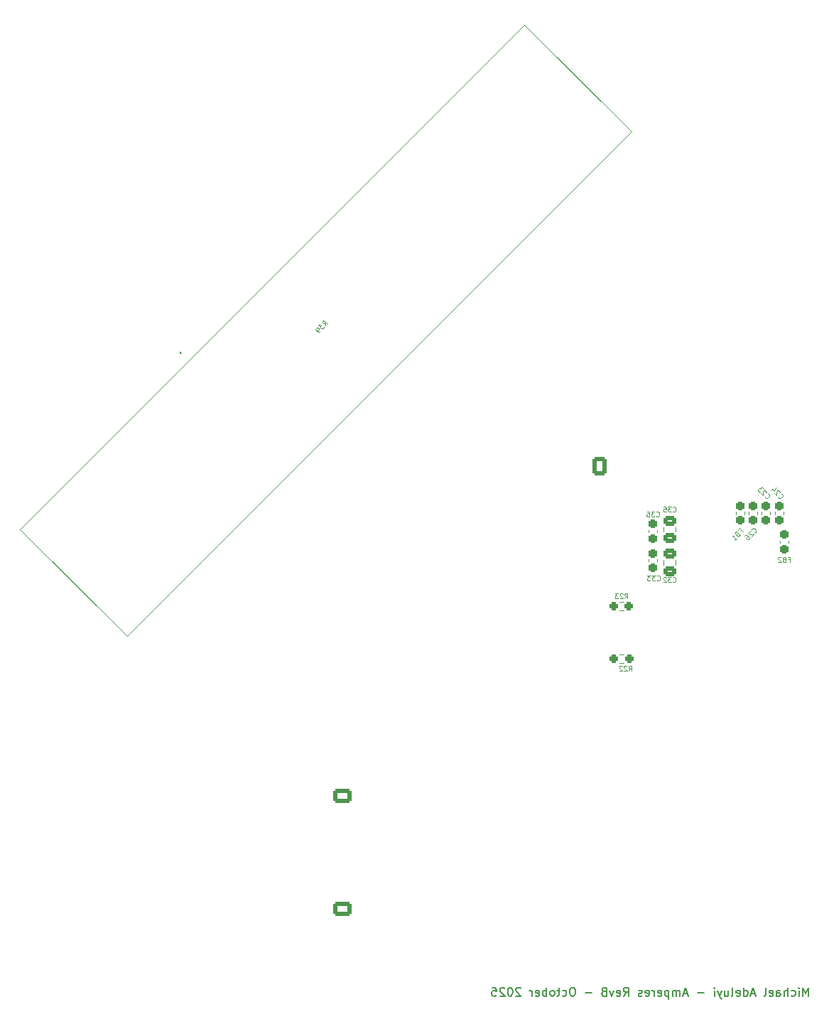
<source format=gbr>
%TF.GenerationSoftware,KiCad,Pcbnew,9.0.4*%
%TF.CreationDate,2025-10-11T12:31:30-05:00*%
%TF.ProjectId,PS-AmperesPCB,50532d41-6d70-4657-9265-735043422e6b,rev?*%
%TF.SameCoordinates,Original*%
%TF.FileFunction,Legend,Bot*%
%TF.FilePolarity,Positive*%
%FSLAX46Y46*%
G04 Gerber Fmt 4.6, Leading zero omitted, Abs format (unit mm)*
G04 Created by KiCad (PCBNEW 9.0.4) date 2025-10-11 12:31:30*
%MOMM*%
%LPD*%
G01*
G04 APERTURE LIST*
G04 Aperture macros list*
%AMRoundRect*
0 Rectangle with rounded corners*
0 $1 Rounding radius*
0 $2 $3 $4 $5 $6 $7 $8 $9 X,Y pos of 4 corners*
0 Add a 4 corners polygon primitive as box body*
4,1,4,$2,$3,$4,$5,$6,$7,$8,$9,$2,$3,0*
0 Add four circle primitives for the rounded corners*
1,1,$1+$1,$2,$3*
1,1,$1+$1,$4,$5*
1,1,$1+$1,$6,$7*
1,1,$1+$1,$8,$9*
0 Add four rect primitives between the rounded corners*
20,1,$1+$1,$2,$3,$4,$5,0*
20,1,$1+$1,$4,$5,$6,$7,0*
20,1,$1+$1,$6,$7,$8,$9,0*
20,1,$1+$1,$8,$9,$2,$3,0*%
%AMHorizOval*
0 Thick line with rounded ends*
0 $1 width*
0 $2 $3 position (X,Y) of the first rounded end (center of the circle)*
0 $4 $5 position (X,Y) of the second rounded end (center of the circle)*
0 Add line between two ends*
20,1,$1,$2,$3,$4,$5,0*
0 Add two circle primitives to create the rounded ends*
1,1,$1,$2,$3*
1,1,$1,$4,$5*%
%AMFreePoly0*
4,1,22,0.945671,0.830970,1.026777,0.776777,1.080970,0.695671,1.100000,0.600001,1.100000,-0.600001,1.080970,-0.695671,1.026777,-0.776777,0.945671,-0.830970,0.850000,-0.850000,-0.596447,-0.850000,-0.692118,-0.830970,-0.773224,-0.776777,-1.026777,-0.523224,-1.080970,-0.442118,-1.099999,-0.346447,-1.100000,0.600001,-1.080970,0.695671,-1.026777,0.776777,-0.945671,0.830970,-0.850000,0.850000,
0.850000,0.850000,0.945671,0.830970,0.945671,0.830970,$1*%
G04 Aperture macros list end*
%ADD10C,0.200000*%
%ADD11C,0.075000*%
%ADD12C,0.120000*%
%ADD13C,0.100000*%
%ADD14C,0.000000*%
%ADD15R,1.700000X1.700000*%
%ADD16C,1.700000*%
%ADD17C,1.300000*%
%ADD18RoundRect,0.250000X0.600000X-0.850000X0.600000X0.850000X-0.600000X0.850000X-0.600000X-0.850000X0*%
%ADD19O,1.700000X2.200000*%
%ADD20C,3.600000*%
%ADD21C,5.600000*%
%ADD22C,0.520000*%
%ADD23C,0.890000*%
%ADD24C,1.460000*%
%ADD25RoundRect,0.250000X0.850000X0.600000X-0.850000X0.600000X-0.850000X-0.600000X0.850000X-0.600000X0*%
%ADD26O,2.200000X1.700000*%
%ADD27C,2.800000*%
%ADD28FreePoly0,225.000000*%
%ADD29HorizOval,1.700000X-0.176777X-0.176777X0.176777X0.176777X0*%
%ADD30RoundRect,0.237500X-0.237500X0.300000X-0.237500X-0.300000X0.237500X-0.300000X0.237500X0.300000X0*%
%ADD31RoundRect,0.237500X0.237500X-0.300000X0.237500X0.300000X-0.237500X0.300000X-0.237500X-0.300000X0*%
%ADD32RoundRect,0.250000X0.475000X-0.337500X0.475000X0.337500X-0.475000X0.337500X-0.475000X-0.337500X0*%
%ADD33RoundRect,0.237500X0.250000X0.237500X-0.250000X0.237500X-0.250000X-0.237500X0.250000X-0.237500X0*%
%ADD34RoundRect,0.237500X-0.250000X-0.237500X0.250000X-0.237500X0.250000X0.237500X-0.250000X0.237500X0*%
%ADD35C,6.300000*%
%ADD36C,12.600000*%
%ADD37RoundRect,0.250000X-0.475000X0.337500X-0.475000X-0.337500X0.475000X-0.337500X0.475000X0.337500X0*%
G04 APERTURE END LIST*
D10*
X183272326Y-139364019D02*
X183272326Y-138364019D01*
X183272326Y-138364019D02*
X182938993Y-139078304D01*
X182938993Y-139078304D02*
X182605660Y-138364019D01*
X182605660Y-138364019D02*
X182605660Y-139364019D01*
X182129469Y-139364019D02*
X182129469Y-138697352D01*
X182129469Y-138364019D02*
X182177088Y-138411638D01*
X182177088Y-138411638D02*
X182129469Y-138459257D01*
X182129469Y-138459257D02*
X182081850Y-138411638D01*
X182081850Y-138411638D02*
X182129469Y-138364019D01*
X182129469Y-138364019D02*
X182129469Y-138459257D01*
X181224708Y-139316400D02*
X181319946Y-139364019D01*
X181319946Y-139364019D02*
X181510422Y-139364019D01*
X181510422Y-139364019D02*
X181605660Y-139316400D01*
X181605660Y-139316400D02*
X181653279Y-139268780D01*
X181653279Y-139268780D02*
X181700898Y-139173542D01*
X181700898Y-139173542D02*
X181700898Y-138887828D01*
X181700898Y-138887828D02*
X181653279Y-138792590D01*
X181653279Y-138792590D02*
X181605660Y-138744971D01*
X181605660Y-138744971D02*
X181510422Y-138697352D01*
X181510422Y-138697352D02*
X181319946Y-138697352D01*
X181319946Y-138697352D02*
X181224708Y-138744971D01*
X180796136Y-139364019D02*
X180796136Y-138364019D01*
X180367565Y-139364019D02*
X180367565Y-138840209D01*
X180367565Y-138840209D02*
X180415184Y-138744971D01*
X180415184Y-138744971D02*
X180510422Y-138697352D01*
X180510422Y-138697352D02*
X180653279Y-138697352D01*
X180653279Y-138697352D02*
X180748517Y-138744971D01*
X180748517Y-138744971D02*
X180796136Y-138792590D01*
X179462803Y-139364019D02*
X179462803Y-138840209D01*
X179462803Y-138840209D02*
X179510422Y-138744971D01*
X179510422Y-138744971D02*
X179605660Y-138697352D01*
X179605660Y-138697352D02*
X179796136Y-138697352D01*
X179796136Y-138697352D02*
X179891374Y-138744971D01*
X179462803Y-139316400D02*
X179558041Y-139364019D01*
X179558041Y-139364019D02*
X179796136Y-139364019D01*
X179796136Y-139364019D02*
X179891374Y-139316400D01*
X179891374Y-139316400D02*
X179938993Y-139221161D01*
X179938993Y-139221161D02*
X179938993Y-139125923D01*
X179938993Y-139125923D02*
X179891374Y-139030685D01*
X179891374Y-139030685D02*
X179796136Y-138983066D01*
X179796136Y-138983066D02*
X179558041Y-138983066D01*
X179558041Y-138983066D02*
X179462803Y-138935447D01*
X178605660Y-139316400D02*
X178700898Y-139364019D01*
X178700898Y-139364019D02*
X178891374Y-139364019D01*
X178891374Y-139364019D02*
X178986612Y-139316400D01*
X178986612Y-139316400D02*
X179034231Y-139221161D01*
X179034231Y-139221161D02*
X179034231Y-138840209D01*
X179034231Y-138840209D02*
X178986612Y-138744971D01*
X178986612Y-138744971D02*
X178891374Y-138697352D01*
X178891374Y-138697352D02*
X178700898Y-138697352D01*
X178700898Y-138697352D02*
X178605660Y-138744971D01*
X178605660Y-138744971D02*
X178558041Y-138840209D01*
X178558041Y-138840209D02*
X178558041Y-138935447D01*
X178558041Y-138935447D02*
X179034231Y-139030685D01*
X177986612Y-139364019D02*
X178081850Y-139316400D01*
X178081850Y-139316400D02*
X178129469Y-139221161D01*
X178129469Y-139221161D02*
X178129469Y-138364019D01*
X176891373Y-139078304D02*
X176415183Y-139078304D01*
X176986611Y-139364019D02*
X176653278Y-138364019D01*
X176653278Y-138364019D02*
X176319945Y-139364019D01*
X175558040Y-139364019D02*
X175558040Y-138364019D01*
X175558040Y-139316400D02*
X175653278Y-139364019D01*
X175653278Y-139364019D02*
X175843754Y-139364019D01*
X175843754Y-139364019D02*
X175938992Y-139316400D01*
X175938992Y-139316400D02*
X175986611Y-139268780D01*
X175986611Y-139268780D02*
X176034230Y-139173542D01*
X176034230Y-139173542D02*
X176034230Y-138887828D01*
X176034230Y-138887828D02*
X175986611Y-138792590D01*
X175986611Y-138792590D02*
X175938992Y-138744971D01*
X175938992Y-138744971D02*
X175843754Y-138697352D01*
X175843754Y-138697352D02*
X175653278Y-138697352D01*
X175653278Y-138697352D02*
X175558040Y-138744971D01*
X174700897Y-139316400D02*
X174796135Y-139364019D01*
X174796135Y-139364019D02*
X174986611Y-139364019D01*
X174986611Y-139364019D02*
X175081849Y-139316400D01*
X175081849Y-139316400D02*
X175129468Y-139221161D01*
X175129468Y-139221161D02*
X175129468Y-138840209D01*
X175129468Y-138840209D02*
X175081849Y-138744971D01*
X175081849Y-138744971D02*
X174986611Y-138697352D01*
X174986611Y-138697352D02*
X174796135Y-138697352D01*
X174796135Y-138697352D02*
X174700897Y-138744971D01*
X174700897Y-138744971D02*
X174653278Y-138840209D01*
X174653278Y-138840209D02*
X174653278Y-138935447D01*
X174653278Y-138935447D02*
X175129468Y-139030685D01*
X174081849Y-139364019D02*
X174177087Y-139316400D01*
X174177087Y-139316400D02*
X174224706Y-139221161D01*
X174224706Y-139221161D02*
X174224706Y-138364019D01*
X173272325Y-138697352D02*
X173272325Y-139364019D01*
X173700896Y-138697352D02*
X173700896Y-139221161D01*
X173700896Y-139221161D02*
X173653277Y-139316400D01*
X173653277Y-139316400D02*
X173558039Y-139364019D01*
X173558039Y-139364019D02*
X173415182Y-139364019D01*
X173415182Y-139364019D02*
X173319944Y-139316400D01*
X173319944Y-139316400D02*
X173272325Y-139268780D01*
X172891372Y-138697352D02*
X172653277Y-139364019D01*
X172415182Y-138697352D02*
X172653277Y-139364019D01*
X172653277Y-139364019D02*
X172748515Y-139602114D01*
X172748515Y-139602114D02*
X172796134Y-139649733D01*
X172796134Y-139649733D02*
X172891372Y-139697352D01*
X172034229Y-139364019D02*
X172034229Y-138697352D01*
X172034229Y-138364019D02*
X172081848Y-138411638D01*
X172081848Y-138411638D02*
X172034229Y-138459257D01*
X172034229Y-138459257D02*
X171986610Y-138411638D01*
X171986610Y-138411638D02*
X172034229Y-138364019D01*
X172034229Y-138364019D02*
X172034229Y-138459257D01*
X170796134Y-138983066D02*
X170034230Y-138983066D01*
X168843753Y-139078304D02*
X168367563Y-139078304D01*
X168938991Y-139364019D02*
X168605658Y-138364019D01*
X168605658Y-138364019D02*
X168272325Y-139364019D01*
X167938991Y-139364019D02*
X167938991Y-138697352D01*
X167938991Y-138792590D02*
X167891372Y-138744971D01*
X167891372Y-138744971D02*
X167796134Y-138697352D01*
X167796134Y-138697352D02*
X167653277Y-138697352D01*
X167653277Y-138697352D02*
X167558039Y-138744971D01*
X167558039Y-138744971D02*
X167510420Y-138840209D01*
X167510420Y-138840209D02*
X167510420Y-139364019D01*
X167510420Y-138840209D02*
X167462801Y-138744971D01*
X167462801Y-138744971D02*
X167367563Y-138697352D01*
X167367563Y-138697352D02*
X167224706Y-138697352D01*
X167224706Y-138697352D02*
X167129467Y-138744971D01*
X167129467Y-138744971D02*
X167081848Y-138840209D01*
X167081848Y-138840209D02*
X167081848Y-139364019D01*
X166605658Y-138697352D02*
X166605658Y-139697352D01*
X166605658Y-138744971D02*
X166510420Y-138697352D01*
X166510420Y-138697352D02*
X166319944Y-138697352D01*
X166319944Y-138697352D02*
X166224706Y-138744971D01*
X166224706Y-138744971D02*
X166177087Y-138792590D01*
X166177087Y-138792590D02*
X166129468Y-138887828D01*
X166129468Y-138887828D02*
X166129468Y-139173542D01*
X166129468Y-139173542D02*
X166177087Y-139268780D01*
X166177087Y-139268780D02*
X166224706Y-139316400D01*
X166224706Y-139316400D02*
X166319944Y-139364019D01*
X166319944Y-139364019D02*
X166510420Y-139364019D01*
X166510420Y-139364019D02*
X166605658Y-139316400D01*
X165319944Y-139316400D02*
X165415182Y-139364019D01*
X165415182Y-139364019D02*
X165605658Y-139364019D01*
X165605658Y-139364019D02*
X165700896Y-139316400D01*
X165700896Y-139316400D02*
X165748515Y-139221161D01*
X165748515Y-139221161D02*
X165748515Y-138840209D01*
X165748515Y-138840209D02*
X165700896Y-138744971D01*
X165700896Y-138744971D02*
X165605658Y-138697352D01*
X165605658Y-138697352D02*
X165415182Y-138697352D01*
X165415182Y-138697352D02*
X165319944Y-138744971D01*
X165319944Y-138744971D02*
X165272325Y-138840209D01*
X165272325Y-138840209D02*
X165272325Y-138935447D01*
X165272325Y-138935447D02*
X165748515Y-139030685D01*
X164843753Y-139364019D02*
X164843753Y-138697352D01*
X164843753Y-138887828D02*
X164796134Y-138792590D01*
X164796134Y-138792590D02*
X164748515Y-138744971D01*
X164748515Y-138744971D02*
X164653277Y-138697352D01*
X164653277Y-138697352D02*
X164558039Y-138697352D01*
X163843753Y-139316400D02*
X163938991Y-139364019D01*
X163938991Y-139364019D02*
X164129467Y-139364019D01*
X164129467Y-139364019D02*
X164224705Y-139316400D01*
X164224705Y-139316400D02*
X164272324Y-139221161D01*
X164272324Y-139221161D02*
X164272324Y-138840209D01*
X164272324Y-138840209D02*
X164224705Y-138744971D01*
X164224705Y-138744971D02*
X164129467Y-138697352D01*
X164129467Y-138697352D02*
X163938991Y-138697352D01*
X163938991Y-138697352D02*
X163843753Y-138744971D01*
X163843753Y-138744971D02*
X163796134Y-138840209D01*
X163796134Y-138840209D02*
X163796134Y-138935447D01*
X163796134Y-138935447D02*
X164272324Y-139030685D01*
X163415181Y-139316400D02*
X163319943Y-139364019D01*
X163319943Y-139364019D02*
X163129467Y-139364019D01*
X163129467Y-139364019D02*
X163034229Y-139316400D01*
X163034229Y-139316400D02*
X162986610Y-139221161D01*
X162986610Y-139221161D02*
X162986610Y-139173542D01*
X162986610Y-139173542D02*
X163034229Y-139078304D01*
X163034229Y-139078304D02*
X163129467Y-139030685D01*
X163129467Y-139030685D02*
X163272324Y-139030685D01*
X163272324Y-139030685D02*
X163367562Y-138983066D01*
X163367562Y-138983066D02*
X163415181Y-138887828D01*
X163415181Y-138887828D02*
X163415181Y-138840209D01*
X163415181Y-138840209D02*
X163367562Y-138744971D01*
X163367562Y-138744971D02*
X163272324Y-138697352D01*
X163272324Y-138697352D02*
X163129467Y-138697352D01*
X163129467Y-138697352D02*
X163034229Y-138744971D01*
X161224705Y-139364019D02*
X161558038Y-138887828D01*
X161796133Y-139364019D02*
X161796133Y-138364019D01*
X161796133Y-138364019D02*
X161415181Y-138364019D01*
X161415181Y-138364019D02*
X161319943Y-138411638D01*
X161319943Y-138411638D02*
X161272324Y-138459257D01*
X161272324Y-138459257D02*
X161224705Y-138554495D01*
X161224705Y-138554495D02*
X161224705Y-138697352D01*
X161224705Y-138697352D02*
X161272324Y-138792590D01*
X161272324Y-138792590D02*
X161319943Y-138840209D01*
X161319943Y-138840209D02*
X161415181Y-138887828D01*
X161415181Y-138887828D02*
X161796133Y-138887828D01*
X160415181Y-139316400D02*
X160510419Y-139364019D01*
X160510419Y-139364019D02*
X160700895Y-139364019D01*
X160700895Y-139364019D02*
X160796133Y-139316400D01*
X160796133Y-139316400D02*
X160843752Y-139221161D01*
X160843752Y-139221161D02*
X160843752Y-138840209D01*
X160843752Y-138840209D02*
X160796133Y-138744971D01*
X160796133Y-138744971D02*
X160700895Y-138697352D01*
X160700895Y-138697352D02*
X160510419Y-138697352D01*
X160510419Y-138697352D02*
X160415181Y-138744971D01*
X160415181Y-138744971D02*
X160367562Y-138840209D01*
X160367562Y-138840209D02*
X160367562Y-138935447D01*
X160367562Y-138935447D02*
X160843752Y-139030685D01*
X160034228Y-138697352D02*
X159796133Y-139364019D01*
X159796133Y-139364019D02*
X159558038Y-138697352D01*
X158843752Y-138840209D02*
X158700895Y-138887828D01*
X158700895Y-138887828D02*
X158653276Y-138935447D01*
X158653276Y-138935447D02*
X158605657Y-139030685D01*
X158605657Y-139030685D02*
X158605657Y-139173542D01*
X158605657Y-139173542D02*
X158653276Y-139268780D01*
X158653276Y-139268780D02*
X158700895Y-139316400D01*
X158700895Y-139316400D02*
X158796133Y-139364019D01*
X158796133Y-139364019D02*
X159177085Y-139364019D01*
X159177085Y-139364019D02*
X159177085Y-138364019D01*
X159177085Y-138364019D02*
X158843752Y-138364019D01*
X158843752Y-138364019D02*
X158748514Y-138411638D01*
X158748514Y-138411638D02*
X158700895Y-138459257D01*
X158700895Y-138459257D02*
X158653276Y-138554495D01*
X158653276Y-138554495D02*
X158653276Y-138649733D01*
X158653276Y-138649733D02*
X158700895Y-138744971D01*
X158700895Y-138744971D02*
X158748514Y-138792590D01*
X158748514Y-138792590D02*
X158843752Y-138840209D01*
X158843752Y-138840209D02*
X159177085Y-138840209D01*
X157415180Y-138983066D02*
X156653276Y-138983066D01*
X155224704Y-138364019D02*
X155034228Y-138364019D01*
X155034228Y-138364019D02*
X154938990Y-138411638D01*
X154938990Y-138411638D02*
X154843752Y-138506876D01*
X154843752Y-138506876D02*
X154796133Y-138697352D01*
X154796133Y-138697352D02*
X154796133Y-139030685D01*
X154796133Y-139030685D02*
X154843752Y-139221161D01*
X154843752Y-139221161D02*
X154938990Y-139316400D01*
X154938990Y-139316400D02*
X155034228Y-139364019D01*
X155034228Y-139364019D02*
X155224704Y-139364019D01*
X155224704Y-139364019D02*
X155319942Y-139316400D01*
X155319942Y-139316400D02*
X155415180Y-139221161D01*
X155415180Y-139221161D02*
X155462799Y-139030685D01*
X155462799Y-139030685D02*
X155462799Y-138697352D01*
X155462799Y-138697352D02*
X155415180Y-138506876D01*
X155415180Y-138506876D02*
X155319942Y-138411638D01*
X155319942Y-138411638D02*
X155224704Y-138364019D01*
X153938990Y-139316400D02*
X154034228Y-139364019D01*
X154034228Y-139364019D02*
X154224704Y-139364019D01*
X154224704Y-139364019D02*
X154319942Y-139316400D01*
X154319942Y-139316400D02*
X154367561Y-139268780D01*
X154367561Y-139268780D02*
X154415180Y-139173542D01*
X154415180Y-139173542D02*
X154415180Y-138887828D01*
X154415180Y-138887828D02*
X154367561Y-138792590D01*
X154367561Y-138792590D02*
X154319942Y-138744971D01*
X154319942Y-138744971D02*
X154224704Y-138697352D01*
X154224704Y-138697352D02*
X154034228Y-138697352D01*
X154034228Y-138697352D02*
X153938990Y-138744971D01*
X153653275Y-138697352D02*
X153272323Y-138697352D01*
X153510418Y-138364019D02*
X153510418Y-139221161D01*
X153510418Y-139221161D02*
X153462799Y-139316400D01*
X153462799Y-139316400D02*
X153367561Y-139364019D01*
X153367561Y-139364019D02*
X153272323Y-139364019D01*
X152796132Y-139364019D02*
X152891370Y-139316400D01*
X152891370Y-139316400D02*
X152938989Y-139268780D01*
X152938989Y-139268780D02*
X152986608Y-139173542D01*
X152986608Y-139173542D02*
X152986608Y-138887828D01*
X152986608Y-138887828D02*
X152938989Y-138792590D01*
X152938989Y-138792590D02*
X152891370Y-138744971D01*
X152891370Y-138744971D02*
X152796132Y-138697352D01*
X152796132Y-138697352D02*
X152653275Y-138697352D01*
X152653275Y-138697352D02*
X152558037Y-138744971D01*
X152558037Y-138744971D02*
X152510418Y-138792590D01*
X152510418Y-138792590D02*
X152462799Y-138887828D01*
X152462799Y-138887828D02*
X152462799Y-139173542D01*
X152462799Y-139173542D02*
X152510418Y-139268780D01*
X152510418Y-139268780D02*
X152558037Y-139316400D01*
X152558037Y-139316400D02*
X152653275Y-139364019D01*
X152653275Y-139364019D02*
X152796132Y-139364019D01*
X152034227Y-139364019D02*
X152034227Y-138364019D01*
X152034227Y-138744971D02*
X151938989Y-138697352D01*
X151938989Y-138697352D02*
X151748513Y-138697352D01*
X151748513Y-138697352D02*
X151653275Y-138744971D01*
X151653275Y-138744971D02*
X151605656Y-138792590D01*
X151605656Y-138792590D02*
X151558037Y-138887828D01*
X151558037Y-138887828D02*
X151558037Y-139173542D01*
X151558037Y-139173542D02*
X151605656Y-139268780D01*
X151605656Y-139268780D02*
X151653275Y-139316400D01*
X151653275Y-139316400D02*
X151748513Y-139364019D01*
X151748513Y-139364019D02*
X151938989Y-139364019D01*
X151938989Y-139364019D02*
X152034227Y-139316400D01*
X150748513Y-139316400D02*
X150843751Y-139364019D01*
X150843751Y-139364019D02*
X151034227Y-139364019D01*
X151034227Y-139364019D02*
X151129465Y-139316400D01*
X151129465Y-139316400D02*
X151177084Y-139221161D01*
X151177084Y-139221161D02*
X151177084Y-138840209D01*
X151177084Y-138840209D02*
X151129465Y-138744971D01*
X151129465Y-138744971D02*
X151034227Y-138697352D01*
X151034227Y-138697352D02*
X150843751Y-138697352D01*
X150843751Y-138697352D02*
X150748513Y-138744971D01*
X150748513Y-138744971D02*
X150700894Y-138840209D01*
X150700894Y-138840209D02*
X150700894Y-138935447D01*
X150700894Y-138935447D02*
X151177084Y-139030685D01*
X150272322Y-139364019D02*
X150272322Y-138697352D01*
X150272322Y-138887828D02*
X150224703Y-138792590D01*
X150224703Y-138792590D02*
X150177084Y-138744971D01*
X150177084Y-138744971D02*
X150081846Y-138697352D01*
X150081846Y-138697352D02*
X149986608Y-138697352D01*
X148938988Y-138459257D02*
X148891369Y-138411638D01*
X148891369Y-138411638D02*
X148796131Y-138364019D01*
X148796131Y-138364019D02*
X148558036Y-138364019D01*
X148558036Y-138364019D02*
X148462798Y-138411638D01*
X148462798Y-138411638D02*
X148415179Y-138459257D01*
X148415179Y-138459257D02*
X148367560Y-138554495D01*
X148367560Y-138554495D02*
X148367560Y-138649733D01*
X148367560Y-138649733D02*
X148415179Y-138792590D01*
X148415179Y-138792590D02*
X148986607Y-139364019D01*
X148986607Y-139364019D02*
X148367560Y-139364019D01*
X147748512Y-138364019D02*
X147653274Y-138364019D01*
X147653274Y-138364019D02*
X147558036Y-138411638D01*
X147558036Y-138411638D02*
X147510417Y-138459257D01*
X147510417Y-138459257D02*
X147462798Y-138554495D01*
X147462798Y-138554495D02*
X147415179Y-138744971D01*
X147415179Y-138744971D02*
X147415179Y-138983066D01*
X147415179Y-138983066D02*
X147462798Y-139173542D01*
X147462798Y-139173542D02*
X147510417Y-139268780D01*
X147510417Y-139268780D02*
X147558036Y-139316400D01*
X147558036Y-139316400D02*
X147653274Y-139364019D01*
X147653274Y-139364019D02*
X147748512Y-139364019D01*
X147748512Y-139364019D02*
X147843750Y-139316400D01*
X147843750Y-139316400D02*
X147891369Y-139268780D01*
X147891369Y-139268780D02*
X147938988Y-139173542D01*
X147938988Y-139173542D02*
X147986607Y-138983066D01*
X147986607Y-138983066D02*
X147986607Y-138744971D01*
X147986607Y-138744971D02*
X147938988Y-138554495D01*
X147938988Y-138554495D02*
X147891369Y-138459257D01*
X147891369Y-138459257D02*
X147843750Y-138411638D01*
X147843750Y-138411638D02*
X147748512Y-138364019D01*
X147034226Y-138459257D02*
X146986607Y-138411638D01*
X146986607Y-138411638D02*
X146891369Y-138364019D01*
X146891369Y-138364019D02*
X146653274Y-138364019D01*
X146653274Y-138364019D02*
X146558036Y-138411638D01*
X146558036Y-138411638D02*
X146510417Y-138459257D01*
X146510417Y-138459257D02*
X146462798Y-138554495D01*
X146462798Y-138554495D02*
X146462798Y-138649733D01*
X146462798Y-138649733D02*
X146510417Y-138792590D01*
X146510417Y-138792590D02*
X147081845Y-139364019D01*
X147081845Y-139364019D02*
X146462798Y-139364019D01*
X145558036Y-138364019D02*
X146034226Y-138364019D01*
X146034226Y-138364019D02*
X146081845Y-138840209D01*
X146081845Y-138840209D02*
X146034226Y-138792590D01*
X146034226Y-138792590D02*
X145938988Y-138744971D01*
X145938988Y-138744971D02*
X145700893Y-138744971D01*
X145700893Y-138744971D02*
X145605655Y-138792590D01*
X145605655Y-138792590D02*
X145558036Y-138840209D01*
X145558036Y-138840209D02*
X145510417Y-138935447D01*
X145510417Y-138935447D02*
X145510417Y-139173542D01*
X145510417Y-139173542D02*
X145558036Y-139268780D01*
X145558036Y-139268780D02*
X145605655Y-139316400D01*
X145605655Y-139316400D02*
X145700893Y-139364019D01*
X145700893Y-139364019D02*
X145938988Y-139364019D01*
X145938988Y-139364019D02*
X146034226Y-139316400D01*
X146034226Y-139316400D02*
X146081845Y-139268780D01*
D11*
X179646832Y-79851650D02*
X179646832Y-79892056D01*
X179646832Y-79892056D02*
X179687238Y-79972868D01*
X179687238Y-79972868D02*
X179727644Y-80013274D01*
X179727644Y-80013274D02*
X179808457Y-80053680D01*
X179808457Y-80053680D02*
X179889269Y-80053680D01*
X179889269Y-80053680D02*
X179949878Y-80033477D01*
X179949878Y-80033477D02*
X180050893Y-79972868D01*
X180050893Y-79972868D02*
X180111502Y-79912259D01*
X180111502Y-79912259D02*
X180172111Y-79811244D01*
X180172111Y-79811244D02*
X180192315Y-79750635D01*
X180192315Y-79750635D02*
X180192315Y-79669822D01*
X180192315Y-79669822D02*
X180151908Y-79589010D01*
X180151908Y-79589010D02*
X180111502Y-79548604D01*
X180111502Y-79548604D02*
X180030690Y-79508198D01*
X180030690Y-79508198D02*
X179990284Y-79508198D01*
X179828660Y-79346574D02*
X179828660Y-79306167D01*
X179828660Y-79306167D02*
X179808457Y-79245558D01*
X179808457Y-79245558D02*
X179707441Y-79144543D01*
X179707441Y-79144543D02*
X179646832Y-79124340D01*
X179646832Y-79124340D02*
X179606426Y-79124340D01*
X179606426Y-79124340D02*
X179545817Y-79144543D01*
X179545817Y-79144543D02*
X179505411Y-79184949D01*
X179505411Y-79184949D02*
X179465005Y-79265761D01*
X179465005Y-79265761D02*
X179465005Y-79750635D01*
X179465005Y-79750635D02*
X179202365Y-79487995D01*
X179121553Y-78841497D02*
X178838710Y-79124340D01*
X179384192Y-78780888D02*
X179182162Y-79184949D01*
X179182162Y-79184949D02*
X178919522Y-78922309D01*
X176803450Y-84182967D02*
X176843856Y-84182967D01*
X176843856Y-84182967D02*
X176924668Y-84142561D01*
X176924668Y-84142561D02*
X176965074Y-84102155D01*
X176965074Y-84102155D02*
X177005480Y-84021342D01*
X177005480Y-84021342D02*
X177005480Y-83940530D01*
X177005480Y-83940530D02*
X176985277Y-83879921D01*
X176985277Y-83879921D02*
X176924668Y-83778906D01*
X176924668Y-83778906D02*
X176864059Y-83718297D01*
X176864059Y-83718297D02*
X176763044Y-83657688D01*
X176763044Y-83657688D02*
X176702435Y-83637484D01*
X176702435Y-83637484D02*
X176621622Y-83637484D01*
X176621622Y-83637484D02*
X176540810Y-83677891D01*
X176540810Y-83677891D02*
X176500404Y-83718297D01*
X176500404Y-83718297D02*
X176459998Y-83799109D01*
X176459998Y-83799109D02*
X176459998Y-83839515D01*
X176298374Y-84001139D02*
X176257967Y-84001139D01*
X176257967Y-84001139D02*
X176197358Y-84021342D01*
X176197358Y-84021342D02*
X176096343Y-84122358D01*
X176096343Y-84122358D02*
X176076140Y-84182967D01*
X176076140Y-84182967D02*
X176076140Y-84223373D01*
X176076140Y-84223373D02*
X176096343Y-84283982D01*
X176096343Y-84283982D02*
X176136749Y-84324388D01*
X176136749Y-84324388D02*
X176217561Y-84364794D01*
X176217561Y-84364794D02*
X176702435Y-84364794D01*
X176702435Y-84364794D02*
X176439795Y-84627434D01*
X175651876Y-84566825D02*
X175732688Y-84486013D01*
X175732688Y-84486013D02*
X175793297Y-84465810D01*
X175793297Y-84465810D02*
X175833703Y-84465810D01*
X175833703Y-84465810D02*
X175934718Y-84486013D01*
X175934718Y-84486013D02*
X176035734Y-84546622D01*
X176035734Y-84546622D02*
X176197358Y-84708246D01*
X176197358Y-84708246D02*
X176217561Y-84768856D01*
X176217561Y-84768856D02*
X176217561Y-84809262D01*
X176217561Y-84809262D02*
X176197358Y-84869871D01*
X176197358Y-84869871D02*
X176116546Y-84950683D01*
X176116546Y-84950683D02*
X176055937Y-84970886D01*
X176055937Y-84970886D02*
X176015531Y-84970886D01*
X176015531Y-84970886D02*
X175954921Y-84950683D01*
X175954921Y-84950683D02*
X175853906Y-84849668D01*
X175853906Y-84849668D02*
X175833703Y-84789059D01*
X175833703Y-84789059D02*
X175833703Y-84748653D01*
X175833703Y-84748653D02*
X175853906Y-84688043D01*
X175853906Y-84688043D02*
X175934718Y-84607231D01*
X175934718Y-84607231D02*
X175995327Y-84587028D01*
X175995327Y-84587028D02*
X176035734Y-84587028D01*
X176035734Y-84587028D02*
X176096343Y-84607231D01*
X175102234Y-83971128D02*
X175243656Y-83829706D01*
X175465889Y-84051940D02*
X175041625Y-83627676D01*
X175041625Y-83627676D02*
X174839594Y-83829706D01*
X174738579Y-84334783D02*
X174698173Y-84415595D01*
X174698173Y-84415595D02*
X174698173Y-84456001D01*
X174698173Y-84456001D02*
X174718376Y-84516610D01*
X174718376Y-84516610D02*
X174778985Y-84577219D01*
X174778985Y-84577219D02*
X174839594Y-84597422D01*
X174839594Y-84597422D02*
X174880000Y-84597422D01*
X174880000Y-84597422D02*
X174940610Y-84577219D01*
X174940610Y-84577219D02*
X175102234Y-84415595D01*
X175102234Y-84415595D02*
X174677970Y-83991331D01*
X174677970Y-83991331D02*
X174536549Y-84132752D01*
X174536549Y-84132752D02*
X174516345Y-84193361D01*
X174516345Y-84193361D02*
X174516345Y-84233767D01*
X174516345Y-84233767D02*
X174536549Y-84294377D01*
X174536549Y-84294377D02*
X174576955Y-84334783D01*
X174576955Y-84334783D02*
X174637564Y-84354986D01*
X174637564Y-84354986D02*
X174677970Y-84354986D01*
X174677970Y-84354986D02*
X174738579Y-84334783D01*
X174738579Y-84334783D02*
X174880000Y-84193361D01*
X174455736Y-85062093D02*
X174698173Y-84819656D01*
X174576955Y-84940874D02*
X174152691Y-84516610D01*
X174152691Y-84516610D02*
X174253706Y-84536813D01*
X174253706Y-84536813D02*
X174334518Y-84536813D01*
X174334518Y-84536813D02*
X174395127Y-84516610D01*
X165104714Y-82182328D02*
X165133286Y-82210900D01*
X165133286Y-82210900D02*
X165219000Y-82239471D01*
X165219000Y-82239471D02*
X165276143Y-82239471D01*
X165276143Y-82239471D02*
X165361857Y-82210900D01*
X165361857Y-82210900D02*
X165419000Y-82153757D01*
X165419000Y-82153757D02*
X165447571Y-82096614D01*
X165447571Y-82096614D02*
X165476143Y-81982328D01*
X165476143Y-81982328D02*
X165476143Y-81896614D01*
X165476143Y-81896614D02*
X165447571Y-81782328D01*
X165447571Y-81782328D02*
X165419000Y-81725185D01*
X165419000Y-81725185D02*
X165361857Y-81668042D01*
X165361857Y-81668042D02*
X165276143Y-81639471D01*
X165276143Y-81639471D02*
X165219000Y-81639471D01*
X165219000Y-81639471D02*
X165133286Y-81668042D01*
X165133286Y-81668042D02*
X165104714Y-81696614D01*
X164904714Y-81639471D02*
X164533286Y-81639471D01*
X164533286Y-81639471D02*
X164733286Y-81868042D01*
X164733286Y-81868042D02*
X164647571Y-81868042D01*
X164647571Y-81868042D02*
X164590429Y-81896614D01*
X164590429Y-81896614D02*
X164561857Y-81925185D01*
X164561857Y-81925185D02*
X164533286Y-81982328D01*
X164533286Y-81982328D02*
X164533286Y-82125185D01*
X164533286Y-82125185D02*
X164561857Y-82182328D01*
X164561857Y-82182328D02*
X164590429Y-82210900D01*
X164590429Y-82210900D02*
X164647571Y-82239471D01*
X164647571Y-82239471D02*
X164819000Y-82239471D01*
X164819000Y-82239471D02*
X164876143Y-82210900D01*
X164876143Y-82210900D02*
X164904714Y-82182328D01*
X164019000Y-81639471D02*
X164133285Y-81639471D01*
X164133285Y-81639471D02*
X164190428Y-81668042D01*
X164190428Y-81668042D02*
X164219000Y-81696614D01*
X164219000Y-81696614D02*
X164276142Y-81782328D01*
X164276142Y-81782328D02*
X164304714Y-81896614D01*
X164304714Y-81896614D02*
X164304714Y-82125185D01*
X164304714Y-82125185D02*
X164276142Y-82182328D01*
X164276142Y-82182328D02*
X164247571Y-82210900D01*
X164247571Y-82210900D02*
X164190428Y-82239471D01*
X164190428Y-82239471D02*
X164076142Y-82239471D01*
X164076142Y-82239471D02*
X164019000Y-82210900D01*
X164019000Y-82210900D02*
X163990428Y-82182328D01*
X163990428Y-82182328D02*
X163961857Y-82125185D01*
X163961857Y-82125185D02*
X163961857Y-81982328D01*
X163961857Y-81982328D02*
X163990428Y-81925185D01*
X163990428Y-81925185D02*
X164019000Y-81896614D01*
X164019000Y-81896614D02*
X164076142Y-81868042D01*
X164076142Y-81868042D02*
X164190428Y-81868042D01*
X164190428Y-81868042D02*
X164247571Y-81896614D01*
X164247571Y-81896614D02*
X164276142Y-81925185D01*
X164276142Y-81925185D02*
X164304714Y-81982328D01*
X178046632Y-79851650D02*
X178046632Y-79892056D01*
X178046632Y-79892056D02*
X178087038Y-79972868D01*
X178087038Y-79972868D02*
X178127444Y-80013274D01*
X178127444Y-80013274D02*
X178208257Y-80053680D01*
X178208257Y-80053680D02*
X178289069Y-80053680D01*
X178289069Y-80053680D02*
X178349678Y-80033477D01*
X178349678Y-80033477D02*
X178450693Y-79972868D01*
X178450693Y-79972868D02*
X178511302Y-79912259D01*
X178511302Y-79912259D02*
X178571911Y-79811244D01*
X178571911Y-79811244D02*
X178592115Y-79750635D01*
X178592115Y-79750635D02*
X178592115Y-79669822D01*
X178592115Y-79669822D02*
X178551708Y-79589010D01*
X178551708Y-79589010D02*
X178511302Y-79548604D01*
X178511302Y-79548604D02*
X178430490Y-79508198D01*
X178430490Y-79508198D02*
X178390084Y-79508198D01*
X178228460Y-79346574D02*
X178228460Y-79306167D01*
X178228460Y-79306167D02*
X178208257Y-79245558D01*
X178208257Y-79245558D02*
X178107241Y-79144543D01*
X178107241Y-79144543D02*
X178046632Y-79124340D01*
X178046632Y-79124340D02*
X178006226Y-79124340D01*
X178006226Y-79124340D02*
X177945617Y-79144543D01*
X177945617Y-79144543D02*
X177905211Y-79184949D01*
X177905211Y-79184949D02*
X177864805Y-79265761D01*
X177864805Y-79265761D02*
X177864805Y-79750635D01*
X177864805Y-79750635D02*
X177602165Y-79487995D01*
X177885007Y-78922309D02*
X177622368Y-78659670D01*
X177622368Y-78659670D02*
X177602165Y-78962715D01*
X177602165Y-78962715D02*
X177541556Y-78902106D01*
X177541556Y-78902106D02*
X177480946Y-78881903D01*
X177480946Y-78881903D02*
X177440540Y-78881903D01*
X177440540Y-78881903D02*
X177379931Y-78902106D01*
X177379931Y-78902106D02*
X177278916Y-79003121D01*
X177278916Y-79003121D02*
X177258713Y-79063731D01*
X177258713Y-79063731D02*
X177258713Y-79104137D01*
X177258713Y-79104137D02*
X177278916Y-79164746D01*
X177278916Y-79164746D02*
X177400134Y-79285964D01*
X177400134Y-79285964D02*
X177460743Y-79306167D01*
X177460743Y-79306167D02*
X177501149Y-79306167D01*
X167085914Y-81623528D02*
X167114486Y-81652100D01*
X167114486Y-81652100D02*
X167200200Y-81680671D01*
X167200200Y-81680671D02*
X167257343Y-81680671D01*
X167257343Y-81680671D02*
X167343057Y-81652100D01*
X167343057Y-81652100D02*
X167400200Y-81594957D01*
X167400200Y-81594957D02*
X167428771Y-81537814D01*
X167428771Y-81537814D02*
X167457343Y-81423528D01*
X167457343Y-81423528D02*
X167457343Y-81337814D01*
X167457343Y-81337814D02*
X167428771Y-81223528D01*
X167428771Y-81223528D02*
X167400200Y-81166385D01*
X167400200Y-81166385D02*
X167343057Y-81109242D01*
X167343057Y-81109242D02*
X167257343Y-81080671D01*
X167257343Y-81080671D02*
X167200200Y-81080671D01*
X167200200Y-81080671D02*
X167114486Y-81109242D01*
X167114486Y-81109242D02*
X167085914Y-81137814D01*
X166885914Y-81080671D02*
X166514486Y-81080671D01*
X166514486Y-81080671D02*
X166714486Y-81309242D01*
X166714486Y-81309242D02*
X166628771Y-81309242D01*
X166628771Y-81309242D02*
X166571629Y-81337814D01*
X166571629Y-81337814D02*
X166543057Y-81366385D01*
X166543057Y-81366385D02*
X166514486Y-81423528D01*
X166514486Y-81423528D02*
X166514486Y-81566385D01*
X166514486Y-81566385D02*
X166543057Y-81623528D01*
X166543057Y-81623528D02*
X166571629Y-81652100D01*
X166571629Y-81652100D02*
X166628771Y-81680671D01*
X166628771Y-81680671D02*
X166800200Y-81680671D01*
X166800200Y-81680671D02*
X166857343Y-81652100D01*
X166857343Y-81652100D02*
X166885914Y-81623528D01*
X165971628Y-81080671D02*
X166257342Y-81080671D01*
X166257342Y-81080671D02*
X166285914Y-81366385D01*
X166285914Y-81366385D02*
X166257342Y-81337814D01*
X166257342Y-81337814D02*
X166200200Y-81309242D01*
X166200200Y-81309242D02*
X166057342Y-81309242D01*
X166057342Y-81309242D02*
X166000200Y-81337814D01*
X166000200Y-81337814D02*
X165971628Y-81366385D01*
X165971628Y-81366385D02*
X165943057Y-81423528D01*
X165943057Y-81423528D02*
X165943057Y-81566385D01*
X165943057Y-81566385D02*
X165971628Y-81623528D01*
X165971628Y-81623528D02*
X166000200Y-81652100D01*
X166000200Y-81652100D02*
X166057342Y-81680671D01*
X166057342Y-81680671D02*
X166200200Y-81680671D01*
X166200200Y-81680671D02*
X166257342Y-81652100D01*
X166257342Y-81652100D02*
X166285914Y-81623528D01*
X161828114Y-100629071D02*
X162028114Y-100343357D01*
X162170971Y-100629071D02*
X162170971Y-100029071D01*
X162170971Y-100029071D02*
X161942400Y-100029071D01*
X161942400Y-100029071D02*
X161885257Y-100057642D01*
X161885257Y-100057642D02*
X161856686Y-100086214D01*
X161856686Y-100086214D02*
X161828114Y-100143357D01*
X161828114Y-100143357D02*
X161828114Y-100229071D01*
X161828114Y-100229071D02*
X161856686Y-100286214D01*
X161856686Y-100286214D02*
X161885257Y-100314785D01*
X161885257Y-100314785D02*
X161942400Y-100343357D01*
X161942400Y-100343357D02*
X162170971Y-100343357D01*
X161599543Y-100086214D02*
X161570971Y-100057642D01*
X161570971Y-100057642D02*
X161513829Y-100029071D01*
X161513829Y-100029071D02*
X161370971Y-100029071D01*
X161370971Y-100029071D02*
X161313829Y-100057642D01*
X161313829Y-100057642D02*
X161285257Y-100086214D01*
X161285257Y-100086214D02*
X161256686Y-100143357D01*
X161256686Y-100143357D02*
X161256686Y-100200500D01*
X161256686Y-100200500D02*
X161285257Y-100286214D01*
X161285257Y-100286214D02*
X161628114Y-100629071D01*
X161628114Y-100629071D02*
X161256686Y-100629071D01*
X161028114Y-100086214D02*
X160999542Y-100057642D01*
X160999542Y-100057642D02*
X160942400Y-100029071D01*
X160942400Y-100029071D02*
X160799542Y-100029071D01*
X160799542Y-100029071D02*
X160742400Y-100057642D01*
X160742400Y-100057642D02*
X160713828Y-100086214D01*
X160713828Y-100086214D02*
X160685257Y-100143357D01*
X160685257Y-100143357D02*
X160685257Y-100200500D01*
X160685257Y-100200500D02*
X160713828Y-100286214D01*
X160713828Y-100286214D02*
X161056685Y-100629071D01*
X161056685Y-100629071D02*
X160685257Y-100629071D01*
X161345514Y-91993071D02*
X161545514Y-91707357D01*
X161688371Y-91993071D02*
X161688371Y-91393071D01*
X161688371Y-91393071D02*
X161459800Y-91393071D01*
X161459800Y-91393071D02*
X161402657Y-91421642D01*
X161402657Y-91421642D02*
X161374086Y-91450214D01*
X161374086Y-91450214D02*
X161345514Y-91507357D01*
X161345514Y-91507357D02*
X161345514Y-91593071D01*
X161345514Y-91593071D02*
X161374086Y-91650214D01*
X161374086Y-91650214D02*
X161402657Y-91678785D01*
X161402657Y-91678785D02*
X161459800Y-91707357D01*
X161459800Y-91707357D02*
X161688371Y-91707357D01*
X161116943Y-91450214D02*
X161088371Y-91421642D01*
X161088371Y-91421642D02*
X161031229Y-91393071D01*
X161031229Y-91393071D02*
X160888371Y-91393071D01*
X160888371Y-91393071D02*
X160831229Y-91421642D01*
X160831229Y-91421642D02*
X160802657Y-91450214D01*
X160802657Y-91450214D02*
X160774086Y-91507357D01*
X160774086Y-91507357D02*
X160774086Y-91564500D01*
X160774086Y-91564500D02*
X160802657Y-91650214D01*
X160802657Y-91650214D02*
X161145514Y-91993071D01*
X161145514Y-91993071D02*
X160774086Y-91993071D01*
X160574085Y-91393071D02*
X160202657Y-91393071D01*
X160202657Y-91393071D02*
X160402657Y-91621642D01*
X160402657Y-91621642D02*
X160316942Y-91621642D01*
X160316942Y-91621642D02*
X160259800Y-91650214D01*
X160259800Y-91650214D02*
X160231228Y-91678785D01*
X160231228Y-91678785D02*
X160202657Y-91735928D01*
X160202657Y-91735928D02*
X160202657Y-91878785D01*
X160202657Y-91878785D02*
X160231228Y-91935928D01*
X160231228Y-91935928D02*
X160259800Y-91964500D01*
X160259800Y-91964500D02*
X160316942Y-91993071D01*
X160316942Y-91993071D02*
X160488371Y-91993071D01*
X160488371Y-91993071D02*
X160545514Y-91964500D01*
X160545514Y-91964500D02*
X160574085Y-91935928D01*
X125688907Y-59509824D02*
X125628298Y-59166372D01*
X125931344Y-59267387D02*
X125507079Y-58843123D01*
X125507079Y-58843123D02*
X125345455Y-59004748D01*
X125345455Y-59004748D02*
X125325252Y-59065357D01*
X125325252Y-59065357D02*
X125325252Y-59105763D01*
X125325252Y-59105763D02*
X125345455Y-59166372D01*
X125345455Y-59166372D02*
X125406064Y-59226981D01*
X125406064Y-59226981D02*
X125466673Y-59247184D01*
X125466673Y-59247184D02*
X125507079Y-59247184D01*
X125507079Y-59247184D02*
X125567689Y-59226981D01*
X125567689Y-59226981D02*
X125729313Y-59065357D01*
X125123221Y-59226981D02*
X124860582Y-59489621D01*
X124860582Y-59489621D02*
X125163628Y-59509824D01*
X125163628Y-59509824D02*
X125103018Y-59570433D01*
X125103018Y-59570433D02*
X125082815Y-59631042D01*
X125082815Y-59631042D02*
X125082815Y-59671448D01*
X125082815Y-59671448D02*
X125103018Y-59732057D01*
X125103018Y-59732057D02*
X125204034Y-59833073D01*
X125204034Y-59833073D02*
X125264643Y-59853276D01*
X125264643Y-59853276D02*
X125305049Y-59853276D01*
X125305049Y-59853276D02*
X125365658Y-59833073D01*
X125365658Y-59833073D02*
X125486876Y-59711854D01*
X125486876Y-59711854D02*
X125507079Y-59651245D01*
X125507079Y-59651245D02*
X125507079Y-59610839D01*
X125082815Y-60115916D02*
X125002003Y-60196728D01*
X125002003Y-60196728D02*
X124941394Y-60216931D01*
X124941394Y-60216931D02*
X124900988Y-60216931D01*
X124900988Y-60216931D02*
X124799972Y-60196728D01*
X124799972Y-60196728D02*
X124698957Y-60136119D01*
X124698957Y-60136119D02*
X124537333Y-59974494D01*
X124537333Y-59974494D02*
X124517130Y-59913885D01*
X124517130Y-59913885D02*
X124517130Y-59873479D01*
X124517130Y-59873479D02*
X124537333Y-59812870D01*
X124537333Y-59812870D02*
X124618145Y-59732058D01*
X124618145Y-59732058D02*
X124678754Y-59711855D01*
X124678754Y-59711855D02*
X124719160Y-59711855D01*
X124719160Y-59711855D02*
X124779769Y-59732058D01*
X124779769Y-59732058D02*
X124880785Y-59833073D01*
X124880785Y-59833073D02*
X124900988Y-59893682D01*
X124900988Y-59893682D02*
X124900988Y-59934088D01*
X124900988Y-59934088D02*
X124880785Y-59994697D01*
X124880785Y-59994697D02*
X124799972Y-60075510D01*
X124799972Y-60075510D02*
X124739363Y-60095713D01*
X124739363Y-60095713D02*
X124698957Y-60095713D01*
X124698957Y-60095713D02*
X124638348Y-60075510D01*
X167085914Y-90005528D02*
X167114486Y-90034100D01*
X167114486Y-90034100D02*
X167200200Y-90062671D01*
X167200200Y-90062671D02*
X167257343Y-90062671D01*
X167257343Y-90062671D02*
X167343057Y-90034100D01*
X167343057Y-90034100D02*
X167400200Y-89976957D01*
X167400200Y-89976957D02*
X167428771Y-89919814D01*
X167428771Y-89919814D02*
X167457343Y-89805528D01*
X167457343Y-89805528D02*
X167457343Y-89719814D01*
X167457343Y-89719814D02*
X167428771Y-89605528D01*
X167428771Y-89605528D02*
X167400200Y-89548385D01*
X167400200Y-89548385D02*
X167343057Y-89491242D01*
X167343057Y-89491242D02*
X167257343Y-89462671D01*
X167257343Y-89462671D02*
X167200200Y-89462671D01*
X167200200Y-89462671D02*
X167114486Y-89491242D01*
X167114486Y-89491242D02*
X167085914Y-89519814D01*
X166885914Y-89462671D02*
X166514486Y-89462671D01*
X166514486Y-89462671D02*
X166714486Y-89691242D01*
X166714486Y-89691242D02*
X166628771Y-89691242D01*
X166628771Y-89691242D02*
X166571629Y-89719814D01*
X166571629Y-89719814D02*
X166543057Y-89748385D01*
X166543057Y-89748385D02*
X166514486Y-89805528D01*
X166514486Y-89805528D02*
X166514486Y-89948385D01*
X166514486Y-89948385D02*
X166543057Y-90005528D01*
X166543057Y-90005528D02*
X166571629Y-90034100D01*
X166571629Y-90034100D02*
X166628771Y-90062671D01*
X166628771Y-90062671D02*
X166800200Y-90062671D01*
X166800200Y-90062671D02*
X166857343Y-90034100D01*
X166857343Y-90034100D02*
X166885914Y-90005528D01*
X166285914Y-89519814D02*
X166257342Y-89491242D01*
X166257342Y-89491242D02*
X166200200Y-89462671D01*
X166200200Y-89462671D02*
X166057342Y-89462671D01*
X166057342Y-89462671D02*
X166000200Y-89491242D01*
X166000200Y-89491242D02*
X165971628Y-89519814D01*
X165971628Y-89519814D02*
X165943057Y-89576957D01*
X165943057Y-89576957D02*
X165943057Y-89634100D01*
X165943057Y-89634100D02*
X165971628Y-89719814D01*
X165971628Y-89719814D02*
X166314485Y-90062671D01*
X166314485Y-90062671D02*
X165943057Y-90062671D01*
X180865399Y-87335385D02*
X181065399Y-87335385D01*
X181065399Y-87649671D02*
X181065399Y-87049671D01*
X181065399Y-87049671D02*
X180779685Y-87049671D01*
X180351113Y-87335385D02*
X180265399Y-87363957D01*
X180265399Y-87363957D02*
X180236828Y-87392528D01*
X180236828Y-87392528D02*
X180208256Y-87449671D01*
X180208256Y-87449671D02*
X180208256Y-87535385D01*
X180208256Y-87535385D02*
X180236828Y-87592528D01*
X180236828Y-87592528D02*
X180265399Y-87621100D01*
X180265399Y-87621100D02*
X180322542Y-87649671D01*
X180322542Y-87649671D02*
X180551113Y-87649671D01*
X180551113Y-87649671D02*
X180551113Y-87049671D01*
X180551113Y-87049671D02*
X180351113Y-87049671D01*
X180351113Y-87049671D02*
X180293971Y-87078242D01*
X180293971Y-87078242D02*
X180265399Y-87106814D01*
X180265399Y-87106814D02*
X180236828Y-87163957D01*
X180236828Y-87163957D02*
X180236828Y-87221100D01*
X180236828Y-87221100D02*
X180265399Y-87278242D01*
X180265399Y-87278242D02*
X180293971Y-87306814D01*
X180293971Y-87306814D02*
X180351113Y-87335385D01*
X180351113Y-87335385D02*
X180551113Y-87335385D01*
X179979685Y-87106814D02*
X179951113Y-87078242D01*
X179951113Y-87078242D02*
X179893971Y-87049671D01*
X179893971Y-87049671D02*
X179751113Y-87049671D01*
X179751113Y-87049671D02*
X179693971Y-87078242D01*
X179693971Y-87078242D02*
X179665399Y-87106814D01*
X179665399Y-87106814D02*
X179636828Y-87163957D01*
X179636828Y-87163957D02*
X179636828Y-87221100D01*
X179636828Y-87221100D02*
X179665399Y-87306814D01*
X179665399Y-87306814D02*
X180008256Y-87649671D01*
X180008256Y-87649671D02*
X179636828Y-87649671D01*
X165206314Y-89802328D02*
X165234886Y-89830900D01*
X165234886Y-89830900D02*
X165320600Y-89859471D01*
X165320600Y-89859471D02*
X165377743Y-89859471D01*
X165377743Y-89859471D02*
X165463457Y-89830900D01*
X165463457Y-89830900D02*
X165520600Y-89773757D01*
X165520600Y-89773757D02*
X165549171Y-89716614D01*
X165549171Y-89716614D02*
X165577743Y-89602328D01*
X165577743Y-89602328D02*
X165577743Y-89516614D01*
X165577743Y-89516614D02*
X165549171Y-89402328D01*
X165549171Y-89402328D02*
X165520600Y-89345185D01*
X165520600Y-89345185D02*
X165463457Y-89288042D01*
X165463457Y-89288042D02*
X165377743Y-89259471D01*
X165377743Y-89259471D02*
X165320600Y-89259471D01*
X165320600Y-89259471D02*
X165234886Y-89288042D01*
X165234886Y-89288042D02*
X165206314Y-89316614D01*
X165006314Y-89259471D02*
X164634886Y-89259471D01*
X164634886Y-89259471D02*
X164834886Y-89488042D01*
X164834886Y-89488042D02*
X164749171Y-89488042D01*
X164749171Y-89488042D02*
X164692029Y-89516614D01*
X164692029Y-89516614D02*
X164663457Y-89545185D01*
X164663457Y-89545185D02*
X164634886Y-89602328D01*
X164634886Y-89602328D02*
X164634886Y-89745185D01*
X164634886Y-89745185D02*
X164663457Y-89802328D01*
X164663457Y-89802328D02*
X164692029Y-89830900D01*
X164692029Y-89830900D02*
X164749171Y-89859471D01*
X164749171Y-89859471D02*
X164920600Y-89859471D01*
X164920600Y-89859471D02*
X164977743Y-89830900D01*
X164977743Y-89830900D02*
X165006314Y-89802328D01*
X164434885Y-89259471D02*
X164063457Y-89259471D01*
X164063457Y-89259471D02*
X164263457Y-89488042D01*
X164263457Y-89488042D02*
X164177742Y-89488042D01*
X164177742Y-89488042D02*
X164120600Y-89516614D01*
X164120600Y-89516614D02*
X164092028Y-89545185D01*
X164092028Y-89545185D02*
X164063457Y-89602328D01*
X164063457Y-89602328D02*
X164063457Y-89745185D01*
X164063457Y-89745185D02*
X164092028Y-89802328D01*
X164092028Y-89802328D02*
X164120600Y-89830900D01*
X164120600Y-89830900D02*
X164177742Y-89859471D01*
X164177742Y-89859471D02*
X164349171Y-89859471D01*
X164349171Y-89859471D02*
X164406314Y-89830900D01*
X164406314Y-89830900D02*
X164434885Y-89802328D01*
D12*
%TO.C,C24*%
X179296600Y-81688323D02*
X179296600Y-81980857D01*
X180316600Y-81688323D02*
X180316600Y-81980857D01*
%TO.C,C26*%
X176096200Y-81688323D02*
X176096200Y-81980857D01*
X177116200Y-81688323D02*
X177116200Y-81980857D01*
%TO.C,FB1*%
X174572200Y-81688323D02*
X174572200Y-81980857D01*
X175592200Y-81688323D02*
X175592200Y-81980857D01*
%TO.C,C36*%
X164209000Y-84142968D02*
X164209000Y-83850434D01*
X165229000Y-84142968D02*
X165229000Y-83850434D01*
%TO.C,C23*%
X177671000Y-81688323D02*
X177671000Y-81980857D01*
X178691000Y-81688323D02*
X178691000Y-81980857D01*
%TO.C,C35*%
X165965200Y-84027953D02*
X165965200Y-83505449D01*
X167435200Y-84027953D02*
X167435200Y-83505449D01*
%TO.C,R22*%
X161227752Y-98675890D02*
X160718304Y-98675890D01*
X161227752Y-99720890D02*
X160718304Y-99720890D01*
%TO.C,R23*%
X160694704Y-92376690D02*
X161204152Y-92376690D01*
X160694704Y-93421690D02*
X161204152Y-93421690D01*
D13*
%TO.C,R39*%
X89301626Y-83772103D02*
X102029548Y-96500025D01*
X102029548Y-96500025D02*
X162133625Y-36395948D01*
D10*
X108393509Y-62700320D02*
X108393509Y-62700320D01*
X108393509Y-62700320D02*
X108393509Y-62700320D01*
X108464220Y-62771031D02*
X108464220Y-62771031D01*
D13*
X149405703Y-23668026D02*
X89301626Y-83772103D01*
X162133625Y-36395948D02*
X149405703Y-23668026D01*
D10*
X108393509Y-62700320D02*
G75*
G02*
X108464219Y-62771030I35355J-35355D01*
G01*
X108393509Y-62700320D02*
G75*
G02*
X108464219Y-62771030I35355J-35355D01*
G01*
X108464220Y-62771031D02*
G75*
G02*
X108393510Y-62700321I-35355J35355D01*
G01*
D12*
%TO.C,C32*%
X165965200Y-87447749D02*
X165965200Y-87970253D01*
X167435200Y-87447749D02*
X167435200Y-87970253D01*
%TO.C,FB2*%
X179878637Y-85387358D02*
X179878637Y-85094824D01*
X180898637Y-85387358D02*
X180898637Y-85094824D01*
%TO.C,C33*%
X164211533Y-87332734D02*
X164211533Y-87625268D01*
X165231533Y-87332734D02*
X165231533Y-87625268D01*
%TD*%
%LPC*%
D14*
%TO.C,LOGO1*%
G36*
X144230766Y-105217489D02*
G01*
X144244161Y-106616000D01*
X142907848Y-106616000D01*
X141571536Y-106615999D01*
X141571536Y-106365059D01*
X141571536Y-106114119D01*
X142592072Y-106100476D01*
X143612607Y-106086833D01*
X143637806Y-104952905D01*
X143663004Y-103818976D01*
X143940187Y-103818976D01*
X144217369Y-103818976D01*
X144230766Y-105217489D01*
G37*
G36*
X132788600Y-104944968D02*
G01*
X132788600Y-105650524D01*
X132007449Y-105650524D01*
X131226299Y-105650524D01*
X131226299Y-105902508D01*
X131226299Y-106154492D01*
X132007449Y-106154492D01*
X132788600Y-106154492D01*
X132788600Y-106381278D01*
X132788600Y-106608063D01*
X131780664Y-106608063D01*
X130772727Y-106608063D01*
X130772727Y-105902508D01*
X130772727Y-105196952D01*
X131553878Y-105196952D01*
X132335029Y-105196952D01*
X132335029Y-104944968D01*
X132335029Y-104692984D01*
X131553878Y-104692984D01*
X130772727Y-104692984D01*
X130772727Y-104466198D01*
X130772727Y-104239413D01*
X131780664Y-104239414D01*
X132788600Y-104239413D01*
X132788600Y-104944968D01*
G37*
G36*
X138058610Y-103803105D02*
G01*
X138134819Y-103852509D01*
X138176829Y-103955780D01*
X138196539Y-104128555D01*
X138205849Y-104386474D01*
X138220147Y-104927706D01*
X139303679Y-104927706D01*
X140387211Y-104927706D01*
X140401753Y-104426561D01*
X140407724Y-104289801D01*
X140424549Y-104087243D01*
X140447325Y-103934573D01*
X140472872Y-103857244D01*
X140478237Y-103851420D01*
X140586810Y-103808861D01*
X140785909Y-103804025D01*
X141042369Y-103818976D01*
X141055770Y-105219914D01*
X141069171Y-106620851D01*
X140753389Y-106605826D01*
X140437607Y-106590801D01*
X140423349Y-106022858D01*
X140409089Y-105454916D01*
X139314618Y-105468494D01*
X138220148Y-105482071D01*
X138205897Y-106049036D01*
X138191648Y-106616000D01*
X137864922Y-106615999D01*
X137538196Y-106616000D01*
X137551592Y-105217488D01*
X137564988Y-103818976D01*
X137761772Y-103802870D01*
X137936302Y-103791930D01*
X138058610Y-103803105D01*
G37*
G36*
X136783838Y-105231047D02*
G01*
X136783838Y-106616000D01*
X136456258Y-106616000D01*
X136128679Y-106616000D01*
X136128679Y-106187627D01*
X136128679Y-105759254D01*
X135174797Y-105759254D01*
X134220914Y-105759254D01*
X134116464Y-105892042D01*
X134066702Y-105970352D01*
X134024258Y-106113712D01*
X134012012Y-106320415D01*
X134012012Y-106616000D01*
X133678268Y-106616000D01*
X133344524Y-106615999D01*
X133366162Y-106163429D01*
X133367966Y-106126905D01*
X133383284Y-105909634D01*
X133406370Y-105764775D01*
X133443037Y-105667351D01*
X133499101Y-105592385D01*
X133508312Y-105582572D01*
X133575303Y-105502382D01*
X133575470Y-105450076D01*
X133511229Y-105384160D01*
X133467177Y-105328966D01*
X133396905Y-105168348D01*
X133346412Y-104959805D01*
X133328985Y-104795462D01*
X133986814Y-104795462D01*
X133987193Y-104830498D01*
X134011405Y-105021962D01*
X134076747Y-105140093D01*
X134093250Y-105154897D01*
X134143741Y-105183551D01*
X134222459Y-105204885D01*
X134343919Y-105220404D01*
X134522635Y-105231610D01*
X134773118Y-105240007D01*
X135109881Y-105247098D01*
X135111442Y-105247126D01*
X135410255Y-105250519D01*
X135674036Y-105249761D01*
X135886356Y-105245204D01*
X136030781Y-105237198D01*
X136090882Y-105226099D01*
X136096784Y-105215012D01*
X136113059Y-105123374D01*
X136124412Y-104965653D01*
X136128679Y-104768116D01*
X136128679Y-104348143D01*
X135176722Y-104348143D01*
X134921536Y-104348554D01*
X134649360Y-104351123D01*
X134451812Y-104357247D01*
X134313786Y-104368287D01*
X134220177Y-104385601D01*
X134155880Y-104410546D01*
X134105790Y-104444484D01*
X134035190Y-104519197D01*
X133996809Y-104626129D01*
X133986814Y-104795462D01*
X133328985Y-104795462D01*
X133322819Y-104737314D01*
X133333248Y-104534856D01*
X133361907Y-104375132D01*
X133402328Y-104218094D01*
X133459418Y-104093992D01*
X133543692Y-103998721D01*
X133665666Y-103928178D01*
X133835856Y-103878257D01*
X134064777Y-103844856D01*
X134362945Y-103823869D01*
X134740875Y-103811193D01*
X135209083Y-103802724D01*
X135532211Y-103798880D01*
X135869596Y-103797106D01*
X136165753Y-103797903D01*
X136405795Y-103801149D01*
X136574836Y-103806726D01*
X136657993Y-103814509D01*
X136783838Y-103846095D01*
X136783838Y-104768116D01*
X136783838Y-105231047D01*
G37*
%TD*%
D15*
%TO.C,J4*%
X185089800Y-103962200D03*
D16*
X187629800Y-103962200D03*
%TD*%
D17*
%TO.C,J3*%
X162142237Y-77539790D03*
D18*
X158392237Y-76199790D03*
D19*
X160892237Y-76199790D03*
X163392237Y-76199790D03*
X165892237Y-76199790D03*
%TD*%
D20*
%TO.C,H1*%
X189179200Y-61036200D03*
D21*
X189179200Y-61036200D03*
%TD*%
D22*
%TO.C,J5*%
X164699428Y-96041590D03*
D23*
X157199428Y-96041590D03*
D24*
X163349428Y-98191590D03*
X158549428Y-98191590D03*
X158549428Y-93891590D03*
X163349428Y-93891590D03*
%TD*%
D17*
%TO.C,J2*%
X129049037Y-125241790D03*
D25*
X127709037Y-128991790D03*
D26*
X127709037Y-126491790D03*
X127709037Y-123991790D03*
X127709037Y-121491790D03*
%TD*%
D27*
%TO.C,TP18*%
X170484800Y-60096400D03*
%TD*%
%TO.C,TP19*%
X189484000Y-131216400D03*
%TD*%
D15*
%TO.C,JP1*%
X187653036Y-107947890D03*
D16*
X185113036Y-107947890D03*
%TD*%
D27*
%TO.C,TP1*%
X176580800Y-60096400D03*
%TD*%
D20*
%TO.C,H2*%
X126087763Y-80416400D03*
D21*
X126087763Y-80416400D03*
%TD*%
D17*
%TO.C,J1*%
X129049037Y-111759791D03*
D25*
X127709037Y-115509791D03*
D26*
X127709037Y-113009791D03*
X127709037Y-110509791D03*
X127709037Y-108009791D03*
%TD*%
D20*
%TO.C,H3*%
X125984000Y-137287000D03*
D21*
X125984000Y-137287000D03*
%TD*%
D20*
%TO.C,H4*%
X189179200Y-137261600D03*
D21*
X189179200Y-137261600D03*
%TD*%
D27*
%TO.C,TP17*%
X149402800Y-79273400D03*
%TD*%
D17*
%TO.C,J6*%
X145897600Y-62128400D03*
D28*
X145833960Y-63959807D03*
D29*
X144066193Y-62192040D03*
%TD*%
D30*
%TO.C,C24*%
X179806600Y-80972090D03*
X179806600Y-82697090D03*
%TD*%
%TO.C,C26*%
X176606200Y-80972090D03*
X176606200Y-82697090D03*
%TD*%
%TO.C,FB1*%
X175082200Y-80972090D03*
X175082200Y-82697090D03*
%TD*%
D31*
%TO.C,C36*%
X164719000Y-84859201D03*
X164719000Y-83134201D03*
%TD*%
D30*
%TO.C,C23*%
X178181000Y-80972090D03*
X178181000Y-82697090D03*
%TD*%
D32*
%TO.C,C35*%
X166700200Y-84804201D03*
X166700200Y-82729201D03*
%TD*%
D33*
%TO.C,R22*%
X161885528Y-99198390D03*
X160060528Y-99198390D03*
%TD*%
D34*
%TO.C,R23*%
X160036928Y-92899190D03*
X161861928Y-92899190D03*
%TD*%
D35*
%TO.C,R39*%
X115747420Y-70054231D03*
X135687831Y-50113820D03*
D36*
X104504422Y-81297229D03*
X146930829Y-38870822D03*
%TD*%
D37*
%TO.C,C32*%
X166700200Y-86671501D03*
X166700200Y-88746501D03*
%TD*%
D31*
%TO.C,FB2*%
X180388637Y-86103591D03*
X180388637Y-84378591D03*
%TD*%
D30*
%TO.C,C33*%
X164721533Y-86616501D03*
X164721533Y-88341501D03*
%TD*%
%LPD*%
M02*

</source>
